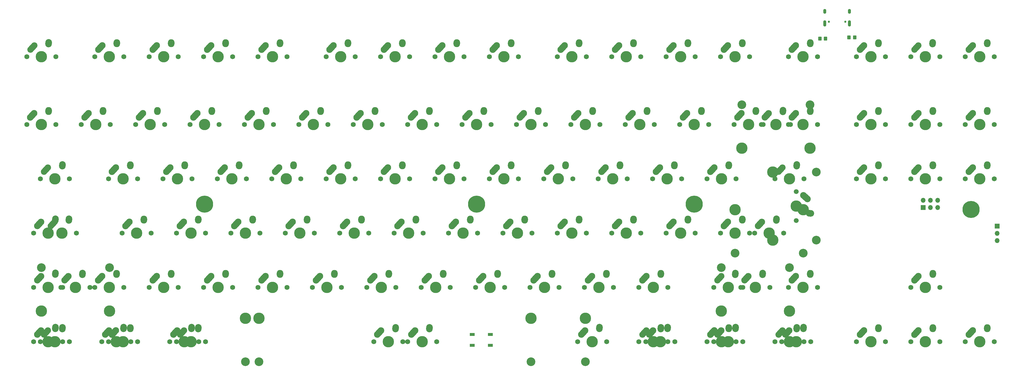
<source format=gts>
%TF.GenerationSoftware,KiCad,Pcbnew,(6.0.6)*%
%TF.CreationDate,2023-03-05T15:32:32+02:00*%
%TF.ProjectId,UniversalTKL,556e6976-6572-4736-916c-544b4c2e6b69,rev?*%
%TF.SameCoordinates,Original*%
%TF.FileFunction,Soldermask,Top*%
%TF.FilePolarity,Negative*%
%FSLAX46Y46*%
G04 Gerber Fmt 4.6, Leading zero omitted, Abs format (unit mm)*
G04 Created by KiCad (PCBNEW (6.0.6)) date 2023-03-05 15:32:32*
%MOMM*%
%LPD*%
G01*
G04 APERTURE LIST*
G04 Aperture macros list*
%AMRoundRect*
0 Rectangle with rounded corners*
0 $1 Rounding radius*
0 $2 $3 $4 $5 $6 $7 $8 $9 X,Y pos of 4 corners*
0 Add a 4 corners polygon primitive as box body*
4,1,4,$2,$3,$4,$5,$6,$7,$8,$9,$2,$3,0*
0 Add four circle primitives for the rounded corners*
1,1,$1+$1,$2,$3*
1,1,$1+$1,$4,$5*
1,1,$1+$1,$6,$7*
1,1,$1+$1,$8,$9*
0 Add four rect primitives between the rounded corners*
20,1,$1+$1,$2,$3,$4,$5,0*
20,1,$1+$1,$4,$5,$6,$7,0*
20,1,$1+$1,$6,$7,$8,$9,0*
20,1,$1+$1,$8,$9,$2,$3,0*%
%AMHorizOval*
0 Thick line with rounded ends*
0 $1 width*
0 $2 $3 position (X,Y) of the first rounded end (center of the circle)*
0 $4 $5 position (X,Y) of the second rounded end (center of the circle)*
0 Add line between two ends*
20,1,$1,$2,$3,$4,$5,0*
0 Add two circle primitives to create the rounded ends*
1,1,$1,$2,$3*
1,1,$1,$4,$5*%
G04 Aperture macros list end*
%ADD10C,3.987800*%
%ADD11C,1.750000*%
%ADD12HorizOval,2.300000X0.681998X0.731354X-0.681998X-0.731354X0*%
%ADD13HorizOval,2.300000X0.008725X0.249848X-0.008725X-0.249848X0*%
%ADD14RoundRect,0.250000X0.350000X0.450000X-0.350000X0.450000X-0.350000X-0.450000X0.350000X-0.450000X0*%
%ADD15HorizOval,2.300000X0.647898X0.694786X-0.647898X-0.694786X0*%
%ADD16HorizOval,2.300000X0.015701X0.299589X-0.015701X-0.299589X0*%
%ADD17C,6.000000*%
%ADD18C,3.048000*%
%ADD19RoundRect,0.250000X-0.350000X-0.450000X0.350000X-0.450000X0.350000X0.450000X-0.350000X0.450000X0*%
%ADD20HorizOval,2.200000X0.681998X0.731354X-0.681998X-0.731354X0*%
%ADD21R,1.700000X1.000000*%
%ADD22R,1.700000X1.700000*%
%ADD23O,1.700000X1.700000*%
%ADD24C,1.701800*%
%ADD25HorizOval,2.300000X0.299589X-0.015701X-0.299589X0.015701X0*%
%ADD26HorizOval,2.300000X0.705988X-0.635674X-0.705988X0.635674X0*%
%ADD27C,0.750000*%
%ADD28O,1.100000X2.200000*%
%ADD29O,1.100000X1.700000*%
G04 APERTURE END LIST*
D10*
%TO.C,MX14*%
X72231250Y-104775000D03*
D11*
X77311250Y-104775000D03*
X67151250Y-104775000D03*
D12*
X69031250Y-101525000D03*
D13*
X74781250Y-99975000D03*
%TD*%
D14*
%TO.C,R_USB2*%
X323670000Y-36110000D03*
X321670000Y-36110000D03*
%TD*%
D10*
%TO.C,MX62*%
X224631250Y-42862500D03*
D11*
X229711250Y-42862500D03*
X219551250Y-42862500D03*
D12*
X221431250Y-39612500D03*
D13*
X227181250Y-38062500D03*
%TD*%
D11*
%TO.C,MX60*%
X236855000Y-142875000D03*
X226695000Y-142875000D03*
D10*
X231775000Y-142875000D03*
D15*
X228625000Y-139625000D03*
D16*
X234325000Y-138025000D03*
%TD*%
D10*
%TO.C,MX94*%
X329406250Y-142875000D03*
D11*
X334486250Y-142875000D03*
X324326250Y-142875000D03*
D12*
X326206250Y-139625000D03*
D13*
X331956250Y-138075000D03*
%TD*%
D10*
%TO.C,MX75*%
X267493750Y-66675000D03*
D11*
X272573750Y-66675000D03*
X262413750Y-66675000D03*
D12*
X264293750Y-63425000D03*
D13*
X270043750Y-61875000D03*
%TD*%
D10*
%TO.C,MX85*%
X305593750Y-123825000D03*
D11*
X300513750Y-123825000D03*
X310673750Y-123825000D03*
D12*
X302393750Y-120575000D03*
D13*
X308143750Y-119025000D03*
%TD*%
D17*
%TO.C,*%
X364400000Y-96400000D03*
%TD*%
%TO.C,*%
X96000000Y-94600000D03*
%TD*%
D10*
%TO.C,MX49*%
X186531250Y-104775000D03*
D11*
X181451250Y-104775000D03*
X191611250Y-104775000D03*
D12*
X183331250Y-101525000D03*
D13*
X189081250Y-99975000D03*
%TD*%
D11*
%TO.C,MX27*%
X105251250Y-104775000D03*
D10*
X110331250Y-104775000D03*
D11*
X115411250Y-104775000D03*
D12*
X107131250Y-101525000D03*
D13*
X112881250Y-99975000D03*
%TD*%
D10*
%TO.C,MX74*%
X262731250Y-42862500D03*
D11*
X267811250Y-42862500D03*
X257651250Y-42862500D03*
D12*
X259531250Y-39612500D03*
D13*
X265281250Y-38062500D03*
%TD*%
D11*
%TO.C,MX16*%
X72548750Y-142875000D03*
X62388750Y-142875000D03*
D10*
X67468750Y-142875000D03*
D12*
X64268750Y-139625000D03*
D13*
X70018750Y-138075000D03*
%TD*%
D11*
%TO.C,MX2*%
X36195000Y-123825000D03*
D10*
X41275000Y-123825000D03*
D11*
X46355000Y-123825000D03*
D15*
X38125000Y-120575000D03*
D16*
X43825000Y-118975000D03*
%TD*%
D10*
%TO.C,MX104*%
X288925000Y-123825000D03*
X276987000Y-132080000D03*
D18*
X276987000Y-116840000D03*
D10*
X300863000Y-132080000D03*
D11*
X294005000Y-123825000D03*
D18*
X300863000Y-116840000D03*
D11*
X283845000Y-123825000D03*
D15*
X285775000Y-120525000D03*
D16*
X291425000Y-119025000D03*
%TD*%
D17*
%TO.C,*%
X267500000Y-94600000D03*
%TD*%
D11*
%TO.C,MX20*%
X81438750Y-85725000D03*
X91598750Y-85725000D03*
D10*
X86518750Y-85725000D03*
D12*
X83318750Y-82475000D03*
D13*
X89068750Y-80925000D03*
%TD*%
D11*
%TO.C,MX33*%
X114776250Y-123825000D03*
X124936250Y-123825000D03*
D10*
X119856250Y-123825000D03*
D12*
X116656250Y-120575000D03*
D13*
X122406250Y-119025000D03*
%TD*%
D10*
%TO.C,MX48*%
X181768750Y-85725000D03*
D11*
X176688750Y-85725000D03*
X186848750Y-85725000D03*
D12*
X178568750Y-82475000D03*
D13*
X184318750Y-80925000D03*
%TD*%
D11*
%TO.C,MX31*%
X119538750Y-85725000D03*
X129698750Y-85725000D03*
D10*
X124618750Y-85725000D03*
D12*
X121418750Y-82475000D03*
D13*
X127168750Y-80925000D03*
%TD*%
D19*
%TO.C,R_USB1*%
X311490000Y-36450000D03*
X313490000Y-36450000D03*
%TD*%
D18*
%TO.C,MX45*%
X229393750Y-149860000D03*
D10*
X229393750Y-134620000D03*
X115093750Y-134620000D03*
X172243750Y-142875000D03*
D11*
X167163750Y-142875000D03*
D18*
X115093750Y-149860000D03*
D11*
X177323750Y-142875000D03*
D15*
X169093750Y-139625000D03*
D16*
X174743750Y-138075000D03*
%TD*%
D11*
%TO.C,MX73*%
X274320000Y-142875000D03*
X284480000Y-142875000D03*
D10*
X279400000Y-142875000D03*
D15*
X276250000Y-139625000D03*
D16*
X281950000Y-138025000D03*
%TD*%
D11*
%TO.C,MX84*%
X298767500Y-104775000D03*
D18*
X305625500Y-111760000D03*
X281749500Y-111760000D03*
D10*
X293687500Y-104775000D03*
D11*
X288607500Y-104775000D03*
D10*
X281749500Y-96520000D03*
X305625500Y-96520000D03*
D15*
X290537500Y-101525000D03*
D16*
X296237500Y-99975000D03*
%TD*%
D11*
%TO.C,MX91*%
X324326250Y-42862500D03*
X334486250Y-42862500D03*
D10*
X329406250Y-42862500D03*
D12*
X326206250Y-39612500D03*
D13*
X331956250Y-38062500D03*
%TD*%
D10*
%TO.C,MX11*%
X62706250Y-42862500D03*
D11*
X57626250Y-42862500D03*
X67786250Y-42862500D03*
D12*
X59506250Y-39612500D03*
D13*
X65256250Y-38062500D03*
%TD*%
D11*
%TO.C,MX22*%
X86836250Y-123825000D03*
D10*
X81756250Y-123825000D03*
D11*
X76676250Y-123825000D03*
D12*
X78556250Y-120575000D03*
D13*
X84306250Y-119025000D03*
%TD*%
D11*
%TO.C,MX51*%
X205898750Y-42862500D03*
X195738750Y-42862500D03*
D10*
X200818750Y-42862500D03*
D12*
X197618750Y-39612500D03*
D13*
X203368750Y-38062500D03*
%TD*%
D11*
%TO.C,MX3*%
X36195000Y-142875000D03*
X46355000Y-142875000D03*
D10*
X41275000Y-142875000D03*
D15*
X38125000Y-139625000D03*
D16*
X43825000Y-138025000D03*
%TD*%
D11*
%TO.C,MX54*%
X200501250Y-104775000D03*
D10*
X205581250Y-104775000D03*
D11*
X210661250Y-104775000D03*
D12*
X202381250Y-101525000D03*
D13*
X208131250Y-99975000D03*
%TD*%
D10*
%TO.C,MX43*%
X167481250Y-104775000D03*
D11*
X162401250Y-104775000D03*
X172561250Y-104775000D03*
D12*
X164281250Y-101525000D03*
D13*
X170031250Y-99975000D03*
%TD*%
D11*
%TO.C,MX30*%
X120173750Y-66675000D03*
X110013750Y-66675000D03*
D10*
X115093750Y-66675000D03*
D12*
X111893750Y-63425000D03*
D13*
X117643750Y-61875000D03*
%TD*%
D11*
%TO.C,MX65*%
X248761250Y-104775000D03*
X238601250Y-104775000D03*
D10*
X243681250Y-104775000D03*
D12*
X240481250Y-101525000D03*
D13*
X246231250Y-99975000D03*
%TD*%
D11*
%TO.C,MX35*%
X129063750Y-66675000D03*
D10*
X134143750Y-66675000D03*
D11*
X139223750Y-66675000D03*
D12*
X130943750Y-63425000D03*
D13*
X136693750Y-61875000D03*
%TD*%
D10*
%TO.C,MX79*%
X277018750Y-142875000D03*
D11*
X271938750Y-142875000D03*
X282098750Y-142875000D03*
D12*
X273818750Y-139625000D03*
D13*
X279568750Y-138075000D03*
%TD*%
D17*
%TO.C,*%
X191300000Y-94600000D03*
%TD*%
D10*
%TO.C,MX102*%
X367506250Y-85725000D03*
D11*
X372586250Y-85725000D03*
X362426250Y-85725000D03*
D12*
X364306250Y-82475000D03*
D13*
X370056250Y-80925000D03*
%TD*%
D11*
%TO.C,MX6*%
X48736250Y-85725000D03*
D10*
X43656250Y-85725000D03*
D11*
X38576250Y-85725000D03*
D20*
X40506250Y-82475000D03*
D16*
X46206250Y-80925000D03*
%TD*%
D11*
%TO.C,MX10*%
X70167500Y-142875000D03*
X60007500Y-142875000D03*
D10*
X65087500Y-142875000D03*
D15*
X61937500Y-139625000D03*
D16*
X67637500Y-138025000D03*
%TD*%
D11*
%TO.C,MX95*%
X353536250Y-42862500D03*
D10*
X348456250Y-42862500D03*
D11*
X343376250Y-42862500D03*
D20*
X345306250Y-39612500D03*
D16*
X350956250Y-38062500D03*
%TD*%
D10*
%TO.C,MX89*%
X308006750Y-74930000D03*
D18*
X284130750Y-59690000D03*
X308006750Y-59690000D03*
D11*
X301148750Y-66675000D03*
D10*
X296068750Y-66675000D03*
D11*
X290988750Y-66675000D03*
D10*
X284130750Y-74930000D03*
D15*
X292918750Y-63425000D03*
D16*
X298568750Y-61875000D03*
%TD*%
D10*
%TO.C,MX25*%
X96043750Y-66675000D03*
D11*
X101123750Y-66675000D03*
X90963750Y-66675000D03*
D12*
X92843750Y-63425000D03*
D13*
X98593750Y-61875000D03*
%TD*%
D11*
%TO.C,MX82*%
X276701250Y-42862500D03*
X286861250Y-42862500D03*
D10*
X281781250Y-42862500D03*
D12*
X278581250Y-39612500D03*
D13*
X284331250Y-38062500D03*
%TD*%
D10*
%TO.C,MX18*%
X81756250Y-42862500D03*
D11*
X86836250Y-42862500D03*
X76676250Y-42862500D03*
D12*
X78556250Y-39612500D03*
D13*
X84306250Y-38062500D03*
%TD*%
D11*
%TO.C,MX68*%
X248761250Y-42862500D03*
D10*
X243681250Y-42862500D03*
D11*
X238601250Y-42862500D03*
D12*
X240481250Y-39612500D03*
D13*
X246231250Y-38062500D03*
%TD*%
D10*
%TO.C,MX77*%
X281781250Y-104775000D03*
D11*
X276701250Y-104775000D03*
X286861250Y-104775000D03*
D12*
X278581250Y-101525000D03*
D13*
X284331250Y-99975000D03*
%TD*%
D11*
%TO.C,MX46*%
X176688750Y-42862500D03*
D10*
X181768750Y-42862500D03*
D11*
X186848750Y-42862500D03*
D12*
X178568750Y-39612500D03*
D13*
X184318750Y-38062500D03*
%TD*%
D10*
%TO.C,MX26*%
X105568750Y-85725000D03*
D11*
X100488750Y-85725000D03*
X110648750Y-85725000D03*
D12*
X102368750Y-82475000D03*
D13*
X108118750Y-80925000D03*
%TD*%
D10*
%TO.C,MX19*%
X76993750Y-66675000D03*
D11*
X71913750Y-66675000D03*
X82073750Y-66675000D03*
D12*
X73793750Y-63425000D03*
D13*
X79543750Y-61875000D03*
%TD*%
D11*
%TO.C,MX8*%
X55880000Y-123825000D03*
D10*
X50800000Y-123825000D03*
D18*
X38862000Y-116840000D03*
D10*
X38862000Y-132080000D03*
D18*
X62738000Y-116840000D03*
D11*
X45720000Y-123825000D03*
D10*
X62738000Y-132080000D03*
D15*
X47650000Y-120575000D03*
D16*
X53300000Y-119025000D03*
%TD*%
D11*
%TO.C,MX36*%
X148748750Y-85725000D03*
X138588750Y-85725000D03*
D10*
X143668750Y-85725000D03*
D12*
X140468750Y-82475000D03*
D13*
X146218750Y-80925000D03*
%TD*%
D11*
%TO.C,MX42*%
X157638750Y-85725000D03*
X167798750Y-85725000D03*
D10*
X162718750Y-85725000D03*
D12*
X159518750Y-82475000D03*
D13*
X165268750Y-80925000D03*
%TD*%
D11*
%TO.C,MX83*%
X281463750Y-66675000D03*
X291623750Y-66675000D03*
D10*
X286543750Y-66675000D03*
D12*
X283343750Y-63425000D03*
D13*
X289093750Y-61875000D03*
%TD*%
D11*
%TO.C,MX23*%
X96361250Y-142875000D03*
D10*
X91281250Y-142875000D03*
D11*
X86201250Y-142875000D03*
D20*
X88131250Y-139625000D03*
D16*
X93831250Y-138075000D03*
%TD*%
D21*
%TO.C,J1*%
X189790000Y-144130000D03*
X196090000Y-144130000D03*
X196090000Y-140330000D03*
X189790000Y-140330000D03*
%TD*%
D11*
%TO.C,MX38*%
X133826250Y-123825000D03*
X143986250Y-123825000D03*
D10*
X138906250Y-123825000D03*
D12*
X135706250Y-120575000D03*
D13*
X141456250Y-119025000D03*
%TD*%
D11*
%TO.C,MX1*%
X36195000Y-104775000D03*
D10*
X41275000Y-104775000D03*
D11*
X46355000Y-104775000D03*
D15*
X38125000Y-101500000D03*
D16*
X43800000Y-100000000D03*
%TD*%
D22*
%TO.C,J4*%
X347650000Y-95720000D03*
D23*
X347650000Y-93180000D03*
X350190000Y-95720000D03*
X350190000Y-93180000D03*
X352730000Y-95720000D03*
X352730000Y-93180000D03*
%TD*%
D11*
%TO.C,MX29*%
X124936250Y-42862500D03*
X114776250Y-42862500D03*
D10*
X119856250Y-42862500D03*
D12*
X116656250Y-39612500D03*
D13*
X122406250Y-38062500D03*
%TD*%
D10*
%TO.C,MX34*%
X143668750Y-42862500D03*
D11*
X138588750Y-42862500D03*
X148748750Y-42862500D03*
D12*
X140468750Y-39612500D03*
D13*
X146218750Y-38062500D03*
%TD*%
D11*
%TO.C,MX100*%
X372586250Y-42862500D03*
D10*
X367506250Y-42862500D03*
D11*
X362426250Y-42862500D03*
D12*
X364306250Y-39612500D03*
D13*
X370056250Y-38062500D03*
%TD*%
D11*
%TO.C,MX64*%
X243998750Y-85725000D03*
D10*
X238918750Y-85725000D03*
D11*
X233838750Y-85725000D03*
D12*
X235718750Y-82475000D03*
D13*
X241468750Y-80925000D03*
%TD*%
D11*
%TO.C,MX90*%
X305911250Y-85725000D03*
X295751250Y-85725000D03*
D10*
X300831250Y-85725000D03*
D20*
X297681250Y-82475000D03*
D16*
X303381250Y-80925000D03*
%TD*%
D10*
%TO.C,MX28*%
X100806250Y-123825000D03*
D11*
X95726250Y-123825000D03*
X105886250Y-123825000D03*
D12*
X97606250Y-120575000D03*
D13*
X103356250Y-119025000D03*
%TD*%
D11*
%TO.C,MX57*%
X224948750Y-85725000D03*
D10*
X219868750Y-85725000D03*
D11*
X214788750Y-85725000D03*
D12*
X216668750Y-82475000D03*
D13*
X222418750Y-80925000D03*
%TD*%
D11*
%TO.C,MX61*%
X260667500Y-142875000D03*
D10*
X255587500Y-142875000D03*
D11*
X250507500Y-142875000D03*
D15*
X252437500Y-139625000D03*
D16*
X258137500Y-138025000D03*
%TD*%
D10*
%TO.C,MX32*%
X129381250Y-104775000D03*
D11*
X134461250Y-104775000D03*
X124301250Y-104775000D03*
D12*
X126181250Y-101525000D03*
D13*
X131931250Y-99975000D03*
%TD*%
D22*
%TO.C,J2*%
X373600000Y-102265000D03*
D23*
X373600000Y-104805000D03*
X373600000Y-107345000D03*
%TD*%
D10*
%TO.C,MX5*%
X38893750Y-66675000D03*
D11*
X43973750Y-66675000D03*
X33813750Y-66675000D03*
D12*
X35693750Y-63425000D03*
D13*
X41443750Y-61875000D03*
%TD*%
D11*
%TO.C,MX12*%
X52863750Y-66675000D03*
D10*
X57943750Y-66675000D03*
D11*
X63023750Y-66675000D03*
D12*
X54743750Y-63425000D03*
D13*
X60493750Y-61875000D03*
%TD*%
D18*
%TO.C,MX39*%
X210337400Y-149860000D03*
D10*
X160337500Y-142875000D03*
D11*
X155257500Y-142875000D03*
D18*
X110337600Y-149860000D03*
D11*
X165417500Y-142875000D03*
D10*
X210337400Y-134620000D03*
X110337600Y-134620000D03*
D15*
X157187500Y-139625000D03*
D16*
X162887500Y-138075000D03*
%TD*%
D11*
%TO.C,MX50*%
X182086250Y-123825000D03*
D10*
X177006250Y-123825000D03*
D11*
X171926250Y-123825000D03*
D12*
X173806250Y-120575000D03*
D13*
X179556250Y-119025000D03*
%TD*%
D11*
%TO.C,MX17*%
X83820000Y-142875000D03*
X93980000Y-142875000D03*
D10*
X88900000Y-142875000D03*
D15*
X85750000Y-139625000D03*
D16*
X91450000Y-138025000D03*
%TD*%
D11*
%TO.C,MX81*%
X298132500Y-142875000D03*
X308292500Y-142875000D03*
D10*
X303212500Y-142875000D03*
D15*
X300062500Y-139625000D03*
D16*
X305762500Y-138025000D03*
%TD*%
D11*
%TO.C,MX97*%
X343376250Y-85725000D03*
D10*
X348456250Y-85725000D03*
D11*
X353536250Y-85725000D03*
D12*
X345256250Y-82475000D03*
D13*
X351006250Y-80925000D03*
%TD*%
D11*
%TO.C,MX21*%
X86201250Y-104775000D03*
D10*
X91281250Y-104775000D03*
D11*
X96361250Y-104775000D03*
D12*
X88081250Y-101525000D03*
D13*
X93831250Y-99975000D03*
%TD*%
D10*
%TO.C,MX53*%
X200818750Y-85725000D03*
D11*
X205898750Y-85725000D03*
X195738750Y-85725000D03*
D12*
X197618750Y-82475000D03*
D13*
X203368750Y-80925000D03*
%TD*%
D11*
%TO.C,MX44*%
X163036250Y-123825000D03*
D10*
X157956250Y-123825000D03*
D11*
X152876250Y-123825000D03*
D12*
X154756250Y-120575000D03*
D13*
X160506250Y-119025000D03*
%TD*%
D11*
%TO.C,MX24*%
X105886250Y-42862500D03*
D10*
X100806250Y-42862500D03*
D11*
X95726250Y-42862500D03*
D12*
X97606250Y-39612500D03*
D13*
X103356250Y-38062500D03*
%TD*%
D10*
%TO.C,MX72*%
X253206250Y-123825000D03*
D11*
X258286250Y-123825000D03*
X248126250Y-123825000D03*
D12*
X250006250Y-120575000D03*
D13*
X255756250Y-119025000D03*
%TD*%
D11*
%TO.C,MX37*%
X143351250Y-104775000D03*
X153511250Y-104775000D03*
D10*
X148431250Y-104775000D03*
D12*
X145231250Y-101525000D03*
D13*
X150981250Y-99975000D03*
%TD*%
D10*
%TO.C,MX52*%
X191293750Y-66675000D03*
D11*
X186213750Y-66675000D03*
X196373750Y-66675000D03*
D12*
X188093750Y-63425000D03*
D13*
X193843750Y-61875000D03*
%TD*%
D10*
%TO.C,MX9*%
X43656250Y-142875000D03*
D11*
X48736250Y-142875000D03*
X38576250Y-142875000D03*
D20*
X40506250Y-139625000D03*
D16*
X46206250Y-138075000D03*
%TD*%
D11*
%TO.C,MX4*%
X33813750Y-42862500D03*
D10*
X38893750Y-42862500D03*
D11*
X43973750Y-42862500D03*
D20*
X35743750Y-39612500D03*
D16*
X41393750Y-38062500D03*
%TD*%
D11*
%TO.C,MX93*%
X324326250Y-85725000D03*
D10*
X329406250Y-85725000D03*
D11*
X334486250Y-85725000D03*
D12*
X326206250Y-82475000D03*
D13*
X331956250Y-80925000D03*
%TD*%
D11*
%TO.C,MX96*%
X343376250Y-66675000D03*
D10*
X348456250Y-66675000D03*
D11*
X353536250Y-66675000D03*
D12*
X345256250Y-63425000D03*
D13*
X351006250Y-61875000D03*
%TD*%
D18*
%TO.C,MX80*%
X310197500Y-83312000D03*
D24*
X303212500Y-100330000D03*
X303212500Y-90170000D03*
D10*
X294957500Y-107188000D03*
X303212500Y-95250000D03*
D18*
X310197500Y-107188000D03*
D10*
X294957500Y-83312000D03*
D25*
X308012500Y-97750000D03*
D26*
X306462500Y-92100000D03*
%TD*%
D11*
%TO.C,MX92*%
X324326250Y-66675000D03*
D10*
X329406250Y-66675000D03*
D11*
X334486250Y-66675000D03*
D12*
X326206250Y-63425000D03*
D13*
X331956250Y-61875000D03*
%TD*%
D10*
%TO.C,MX71*%
X262731250Y-104775000D03*
D11*
X267811250Y-104775000D03*
X257651250Y-104775000D03*
D12*
X259531250Y-101525000D03*
D13*
X265281250Y-99975000D03*
%TD*%
D11*
%TO.C,MX70*%
X263048750Y-85725000D03*
X252888750Y-85725000D03*
D10*
X257968750Y-85725000D03*
D12*
X254768750Y-82475000D03*
D13*
X260518750Y-80925000D03*
%TD*%
D10*
%TO.C,MX103*%
X367506250Y-142875000D03*
D11*
X372586250Y-142875000D03*
X362426250Y-142875000D03*
D12*
X364306250Y-139625000D03*
D13*
X370056250Y-138075000D03*
%TD*%
D11*
%TO.C,MX56*%
X215423750Y-66675000D03*
D10*
X210343750Y-66675000D03*
D11*
X205263750Y-66675000D03*
D12*
X207143750Y-63425000D03*
D13*
X212893750Y-61875000D03*
%TD*%
D11*
%TO.C,MX88*%
X300513750Y-42862500D03*
X310673750Y-42862500D03*
D10*
X305593750Y-42862500D03*
D12*
X302393750Y-39612500D03*
D13*
X308143750Y-38062500D03*
%TD*%
D11*
%TO.C,MX40*%
X167798750Y-42862500D03*
D10*
X162718750Y-42862500D03*
D11*
X157638750Y-42862500D03*
D12*
X159518750Y-39612500D03*
D13*
X165268750Y-38062500D03*
%TD*%
D11*
%TO.C,MX7*%
X51117500Y-104775000D03*
D10*
X46037500Y-104775000D03*
D11*
X40957500Y-104775000D03*
D20*
X42887500Y-101525000D03*
D16*
X48537500Y-99975000D03*
%TD*%
D10*
%TO.C,MX99*%
X348456250Y-142875000D03*
D11*
X343376250Y-142875000D03*
X353536250Y-142875000D03*
D12*
X345256250Y-139625000D03*
D13*
X351006250Y-138075000D03*
%TD*%
D11*
%TO.C,MX86*%
X295751250Y-142875000D03*
D10*
X300831250Y-142875000D03*
D11*
X305911250Y-142875000D03*
D20*
X297681250Y-139625000D03*
D16*
X303381250Y-138075000D03*
%TD*%
D11*
%TO.C,MX67*%
X248126250Y-142875000D03*
X258286250Y-142875000D03*
D10*
X253206250Y-142875000D03*
D20*
X250056250Y-139625000D03*
D16*
X255756250Y-138075000D03*
%TD*%
D11*
%TO.C,MX87*%
X310673750Y-66675000D03*
D10*
X305593750Y-66675000D03*
D11*
X300513750Y-66675000D03*
D12*
X302393750Y-63425000D03*
D13*
X308143750Y-61875000D03*
%TD*%
D11*
%TO.C,MX59*%
X210026250Y-123825000D03*
D10*
X215106250Y-123825000D03*
D11*
X220186250Y-123825000D03*
D12*
X211906250Y-120575000D03*
D13*
X217656250Y-119025000D03*
%TD*%
D10*
%TO.C,MX58*%
X224631250Y-104775000D03*
D11*
X219551250Y-104775000D03*
X229711250Y-104775000D03*
D12*
X221431250Y-101525000D03*
D13*
X227181250Y-99975000D03*
%TD*%
D10*
%TO.C,MX78*%
X279400000Y-123825000D03*
D11*
X284480000Y-123825000D03*
X274320000Y-123825000D03*
D20*
X276250000Y-120575000D03*
D16*
X281900000Y-119025000D03*
%TD*%
D10*
%TO.C,MX13*%
X67468750Y-85725000D03*
D11*
X62388750Y-85725000D03*
X72548750Y-85725000D03*
D12*
X64268750Y-82475000D03*
D13*
X70018750Y-80925000D03*
%TD*%
D11*
%TO.C,MX98*%
X343376250Y-123825000D03*
X353536250Y-123825000D03*
D10*
X348456250Y-123825000D03*
D12*
X345256250Y-120575000D03*
D13*
X351006250Y-119025000D03*
%TD*%
D10*
%TO.C,MX15*%
X62680000Y-123825000D03*
D11*
X57600000Y-123825000D03*
X67760000Y-123825000D03*
D12*
X59480000Y-120575000D03*
D13*
X65230000Y-119025000D03*
%TD*%
D11*
%TO.C,MX63*%
X234473750Y-66675000D03*
X224313750Y-66675000D03*
D10*
X229393750Y-66675000D03*
D12*
X226193750Y-63425000D03*
D13*
X231943750Y-61875000D03*
%TD*%
D11*
%TO.C,MX66*%
X229076250Y-123825000D03*
X239236250Y-123825000D03*
D10*
X234156250Y-123825000D03*
D12*
X230956250Y-120575000D03*
D13*
X236706250Y-119025000D03*
%TD*%
D10*
%TO.C,MX76*%
X277018750Y-85725000D03*
D11*
X282098750Y-85725000D03*
X271938750Y-85725000D03*
D12*
X273818750Y-82475000D03*
D13*
X279568750Y-80925000D03*
%TD*%
D11*
%TO.C,MX47*%
X167163750Y-66675000D03*
D10*
X172243750Y-66675000D03*
D11*
X177323750Y-66675000D03*
D12*
X169043750Y-63425000D03*
D13*
X174793750Y-61875000D03*
%TD*%
D10*
%TO.C,MX101*%
X367506250Y-66675000D03*
D11*
X362426250Y-66675000D03*
X372586250Y-66675000D03*
D12*
X364306250Y-63425000D03*
D13*
X370056250Y-61875000D03*
%TD*%
D11*
%TO.C,MX55*%
X201136250Y-123825000D03*
X190976250Y-123825000D03*
D10*
X196056250Y-123825000D03*
D12*
X192856250Y-120575000D03*
D13*
X198606250Y-119025000D03*
%TD*%
D11*
%TO.C,MX41*%
X158273750Y-66675000D03*
X148113750Y-66675000D03*
D10*
X153193750Y-66675000D03*
D12*
X149993750Y-63425000D03*
D13*
X155743750Y-61875000D03*
%TD*%
D11*
%TO.C,MX69*%
X243363750Y-66675000D03*
D10*
X248443750Y-66675000D03*
D11*
X253523750Y-66675000D03*
D12*
X245243750Y-63425000D03*
D13*
X250993750Y-61875000D03*
%TD*%
D27*
%TO.C,USB1*%
X314650000Y-30587500D03*
X320430000Y-30587500D03*
D28*
X313220000Y-31117500D03*
D29*
X313220000Y-26937500D03*
X321860000Y-26937500D03*
D28*
X321860000Y-31117500D03*
%TD*%
M02*

</source>
